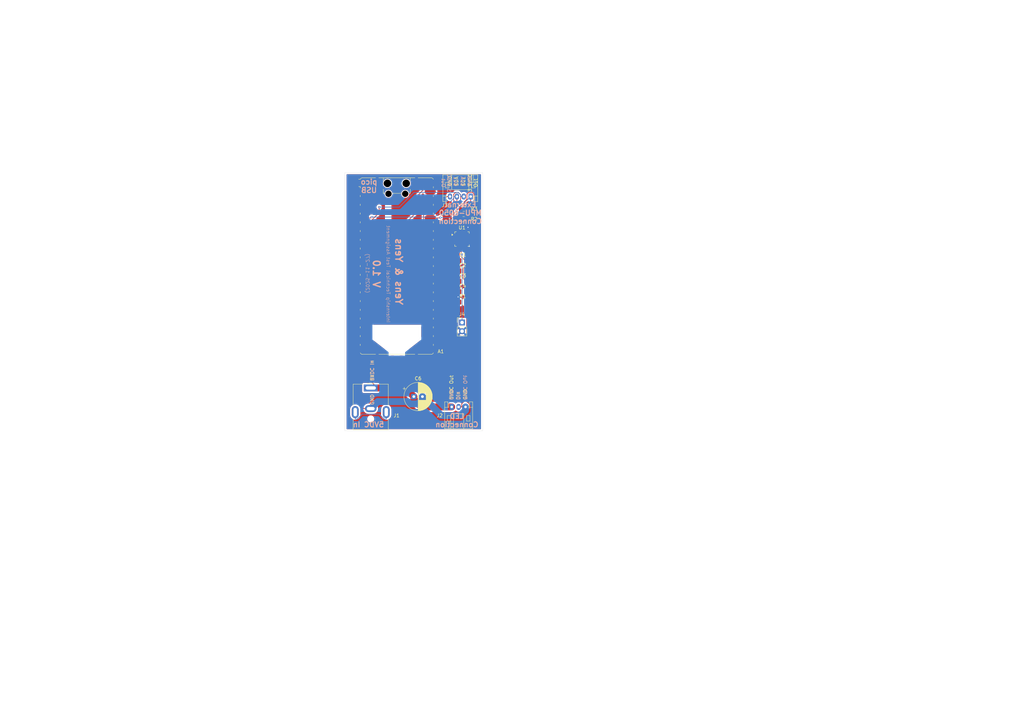
<source format=kicad_pcb>
(kicad_pcb (version 20241229) (generator "pcbnew") (generator_version "9.0")
  (title_block (title "Internship Technical Test Assignment") (date "2025-11-27") (rev "1.0") (company "Yens & Yens"))
  (layers (0 "F.Cu" signal) (2 "B.Cu" signal) (13 "F.Paste" user) (15 "B.Paste" user) (5 "F.SilkS" user "F.Silkscreen") (7 "B.SilkS" user "B.Silkscreen") (1 "F.Mask" user) (3 "B.Mask" user) (25 "Edge.Cuts" user))
  (net 0 "")
  (net 6 "GNDREF")
  (net 9 "Net-(A1-GPIO4)")
  (net 11 "3.3VDC")
  (net 15 "Net-(A1-VBUS)")
  (net 16 "Net-(A1-GPIO3)")
  (net 18 "Net-(A1-GPIO22)")
  (net 36 "Net-(J4-Pin_1)")
  (net 42 "Net-(U1-REGOUT)")
  (net 43 "Net-(U1-CPOUT)")
  (net 46 "Net-(U1-VLOGIC)")
  (net 52 "Net-(J2-Pin_3)")
  (net 53 "Net-(J2-Pin_2)")
  (net 54 "unconnected-(J1-MountPin-PadMP)")
  (footprint "Connector_JST:JST_PH_S3B-PH-K_1x03_P2.00mm_Horizontal" (layer "F.Cu") (at 131 118)
    (property "Reference" "J2")
    (property "Value" "Conn_01x03")
  )
  (footprint "Module:RaspberryPi_Pico_Common_SMD" (layer "F.Cu") (at 115.075 77.13)
    (property "Reference" "A1")
    (property "Value" "RaspberryPi_Pico")
  )
  (footprint "Capacitor_SMD:C_0805_2012Metric" (layer "F.Cu") (at 134.2 87.5875)
    (property "Reference" "R1")
    (property "Value" "300")
  )
  (footprint "Capacitor_SMD:C_0805_2012Metric" (layer "F.Cu") (at 134.2 78.5575)
    (property "Reference" "C2")
    (property "Value" ".1uf")
  )
  (footprint "Capacitor_SMD:C_0805_2012Metric" (layer "F.Cu") (at 134.2 84.5775)
    (property "Reference" "C4")
    (property "Value" "2.2nf")
  )
  (footprint "Capacitor_THT:CP_Radial_D8.0mm_P2.50mm" (layer "F.Cu") (at 120 115)
    (property "Reference" "C6")
    (property "Value" "470uf")
  )
  (footprint "Package_DFN_QFN:HVQFN-24-1EP_4x4mm_P0.5mm_EP2.1x2.1mm" (layer "F.Cu") (at 134 69.3)
    (property "Reference" "U1")
    (property "Value" "MPU-6050")
  )
  (footprint "Capacitor_SMD:C_0805_2012Metric" (layer "F.Cu") (at 134.2 75.5475)
    (property "Reference" "C1")
    (property "Value" "10nf")
  )
  (footprint "Connector_JST:JST_PH_S4B-PH-K_1x04_P2.00mm_Horizontal" (layer "F.Cu") (at 136.5 56.95 180)
    (property "Reference" "J3")
    (property "Value" "Conn_01x04")
  )
  (footprint "Capacitor_SMD:C_0805_2012Metric" (layer "F.Cu") (at 134.5 60.5 180)
    (property "Reference" "R3")
    (property "Value" "10k")
  )
  (footprint "Connector_PinHeader_2.54mm:PinHeader_1x02_P2.54mm_Vertical" (layer "F.Cu") (at 134 93.5)
    (property "Reference" "J4")
    (property "Value" "Conn_01x02_Pin")
  )
  (footprint "Capacitor_SMD:C_0805_2012Metric" (layer "F.Cu") (at 134.2 81.5675)
    (property "Reference" "C3")
    (property "Value" ".1uf")
  )
  (footprint "Connector_BarrelJack:BarrelJack_CUI_PJ-063AH_Horizontal" (layer "F.Cu") (at 107.5 112.5)
    (property "Reference" "J1")
    (property "Value" "Barrel_Jack_MountingPin")
  )
  (footprint "Capacitor_SMD:C_0805_2012Metric" (layer "F.Cu") (at 134.45 63.5 180)
    (property "Reference" "R2")
    (property "Value" "10k")
  )
  (gr_rect (start 100 50) (end 140 124.95) (stroke (width 0.05)) (fill no) (layer "Edge.Cuts"))
  (gr_text "SCL" (at 135 54.05 90) (layer "F.SilkS") (effects (font (size 1 1)) (justify left bottom)))
  (gr_text "Din" (at 133.5 116 90) (layer "F.SilkS") (effects (font (size 1 1)) (justify left bottom)))
  (gr_text "GND" (at 135.5 116 90) (layer "F.SilkS") (effects (font (size 1 1)) (justify left bottom)))
  (gr_text "5VDC Out" (at 131.5 116 90) (layer "F.SilkS") (effects (font (size 1 1)) (justify left bottom)))
  (gr_text "SDA" (at 133 54.05 90) (layer "F.SilkS") (effects (font (size 1 1)) (justify left bottom)))
  (gr_text "GND" (at 108.5 117.5 90) (layer "F.SilkS") (effects (font (size 1 1)) (justify left bottom)))
  (gr_text "5VDC In" (at 108.5 110.5 90) (layer "F.SilkS") (effects (font (size 1 1)) (justify left bottom)))
  (gr_text "GND" (at 131 54.05 90) (layer "F.SilkS") (effects (font (size 1 1)) (justify left bottom)))
  (gr_text "3.3VDC\nOut" (at 138.5 53 90) (layer "F.SilkS") (effects (font (size 1 1)) (justify bottom)))
  (gr_text "Yens & Yens" (at 114.5 88.613334 270) (layer "B.SilkS") (effects (font (size 2 2) (thickness 0.4) (bold yes)) (justify left bottom mirror)))
  (gr_text "Internship Technical Test Assignment" (at 112 93.613334 270) (layer "B.SilkS") (effects (font (size 1 1) (thickness 0.1)) (justify left bottom mirror)))
  (gr_text "5VDC In" (at 107.2965 110.5 -90) (layer "B.SilkS") (effects (font (size 1 1)) (justify left bottom mirror)))
  (gr_text "GND" (at 130.2965 116 -90) (layer "B.SilkS") (effects (font (size 1 1)) (justify left bottom mirror)))
  (gr_text "pico\nUSB" (at 107 56 0) (layer "B.SilkS") (effects (font (size 1.5 1.5) (thickness 0.3) (bold yes)) (justify bottom mirror)))
  (gr_text "LED\nConnection" (at 132.5 124 0) (layer "B.SilkS") (effects (font (size 1.5 1.5) (thickness 0.3) (bold yes)) (justify bottom mirror)))
  (gr_text "SDA" (at 133.5 54.05 -90) (layer "B.SilkS") (effects (font (size 1 1)) (justify left bottom mirror)))
  (gr_text "GND" (at 135.5 54.05 -90) (layer "B.SilkS") (effects (font (size 1 1)) (justify left bottom mirror)))
  (gr_text "(2025-11-27)" (at 106 85 270) (layer "B.SilkS") (effects (font (size 1 1) (thickness 0.1)) (justify left bottom mirror)))
  (gr_text "V 1.0" (at 108 83.613334 270) (layer "B.SilkS") (effects (font (size 2 2) (thickness 0.4) (bold yes)) (justify left bottom mirror)))
  (gr_text "3.3VDC\nOut" (at 128 53 -90) (layer "B.SilkS") (effects (font (size 1 1)) (justify bottom mirror)))
  (gr_text "5VDC Out" (at 134.2965 116 -90) (layer "B.SilkS") (effects (font (size 1 1)) (justify left bottom mirror)))
  (gr_text "External\nMPU-6050\nConnection" (at 133.5 65 0) (layer "B.SilkS") (effects (font (size 1.5 1.5) (thickness 0.3) (bold yes)) (justify bottom mirror)))
  (gr_text "GND" (at 107.2965 117.5 -90) (layer "B.SilkS") (effects (font (size 1 1)) (justify left bottom mirror)))
  (gr_text "SCL" (at 131.5 54.05 -90) (layer "B.SilkS") (effects (font (size 1 1)) (justify left bottom mirror)))
  (gr_text "Din" (at 132.2965 116 -90) (layer "B.SilkS") (effects (font (size 1 1)) (justify left bottom mirror)))
  (gr_text "5VDC In" (at 111.5 124 0) (layer "B.SilkS") (effects (font (size 1.5 1.5) (thickness 0.3) (bold yes)) (justify left bottom mirror)))
  (segment (start 124.765 70.78) (end 131.2718 70.78) (width 0.2) (layer "F.Cu") (net 6))
  (segment (start 133.25 79.5873) (end 133.25 81.5675) (width 0.2) (layer "F.Cu") (net 6))
  (segment (start 133.25 84.5775) (end 133.25 81.5675) (width 0.2) (layer "F.Cu") (net 6))
  (segment (start 131.2532 63.4524) (end 131.2532 67.7607) (width 0.2) (layer "F.Cu") (net 6))
  (segment (start 131.2718 68.3207) (end 131.5425 68.05) (width 0.2) (layer "F.Cu") (net 6))
  (segment (start 135.5209 71.9769) (end 136.0876 71.4102) (width 0.2) (layer "F.Cu") (net 6))
  (segment (start 133.25 76.2143) (end 133.25 76.173) (width 0.2) (layer "F.Cu") (net 6))
  (segment (start 136.0876 71.4102) (end 135.9105 71.5873) (width 0.2) (layer "F.Cu") (net 6))
  (segment (start 134.75 71.2375) (end 134.75 71.7046) (width 0.2) (layer "F.Cu") (net 6))
  (segment (start 135.9105 71.5873) (end 136.0876 71.4102) (width 0.2) (layer "F.Cu") (net 6))
  (segment (start 131.2718 70.78) (end 131.2718 68.3207) (width 0.2) (layer "F.Cu") (net 6))
  (segment (start 131.5425 68.05) (end 132.0625 68.05) (width 0.2) (layer "F.Cu") (net 6))
  (segment (start 134.75 71.7046) (end 135.0223 71.9769) (width 0.2) (layer "F.Cu") (net 6))
  (segment (start 135.0223 71.9769) (end 135.5209 71.9769) (width 0.2) (layer "F.Cu") (net 6))
  (segment (start 133.25 75.5475) (end 131.2718 73.5693) (width 0.2) (layer "F.Cu") (net 6))
  (segment (start 132.8531 86.0825) (end 133.25 85.6856) (width 0.2) (layer "F.Cu") (net 6))
  (segment (start 133.25 78.5575) (end 133.25 79.5873) (width 0.2) (layer "F.Cu") (net 6))
  (segment (start 131.2718 73.5693) (end 131.2718 70.78) (width 0.2) (layer "F.Cu") (net 6))
  (segment (start 133.25 76.6161) (end 133.25 76.2556) (width 0.2) (layer "F.Cu") (net 6))
  (segment (start 133.25 76.6365) (end 133.25 76.6161) (width 0.2) (layer "F.Cu") (net 6))
  (segment (start 135.9375 66.0956) (end 135.7236 65.8817) (width 0.2) (layer "F.Cu") (net 6))
  (segment (start 133.25 76.2556) (end 133.25 76.2143) (width 0.2) (layer "F.Cu") (net 6))
  (segment (start 133.25 85.6856) (end 133.25 84.5775) (width 0.2) (layer "F.Cu") (net 6))
  (segment (start 133.25 78.5575) (end 133.25 76.6365) (width 0.2) (layer "F.Cu") (net 6))
  (segment (start 131.2532 67.7607) (end 131.5425 68.05) (width 0.2) (layer "F.Cu") (net 6))
  (segment (start 135.9375 68.05) (end 135.9375 66.0956) (width 0.2) (layer "F.Cu") (net 6))
  (segment (start 133.25 76.173) (end 133.25 75.5475) (width 0.2) (layer "F.Cu") (net 6))
  (via (at 131.2532 63.4524) (size 0.6) (drill 0.3) (layers "F.Cu" "B.Cu") (net 6))
  (via (at 136.0876 71.4102) (size 0.6) (drill 0.3) (layers "F.Cu" "B.Cu") (net 6))
  (via (at 135.7236 65.8817) (size 0.6) (drill 0.3) (layers "F.Cu" "B.Cu") (net 6))
  (via (at 132.8531 86.0825) (size 0.6) (drill 0.3) (layers "F.Cu" "B.Cu") (net 6))
  (segment (start 135.7236 71.0462) (end 135.7236 65.8817) (width 0.2) (layer "B.Cu") (net 6))
  (segment (start 136.0876 71.4102) (end 135.9105 71.5873) (width 0.2) (layer "B.Cu") (net 6))
  (segment (start 133.6825 65.8817) (end 131.2532 63.4524) (width 0.2) (layer "B.Cu") (net 6))
  (segment (start 132.8483 94.8883) (end 132.8483 86.0873) (width 0.2) (layer "B.Cu") (net 6))
  (segment (start 135.7236 65.8817) (end 133.6825 65.8817) (width 0.2) (layer "B.Cu") (net 6))
  (segment (start 134 96.04) (end 132.8483 94.8883) (width 0.2) (layer "B.Cu") (net 6))
  (segment (start 135.9105 71.5873) (end 136.0876 71.4102) (width 0.2) (layer "B.Cu") (net 6))
  (segment (start 136.0876 71.4102) (end 135.7236 71.0462) (width 0.2) (layer "B.Cu") (net 6))
  (segment (start 132.8483 86.0873) (end 132.8531 86.0825) (width 0.2) (layer "B.Cu") (net 6))
  (segment (start 132.75 67.3625) (end 131.8549 66.4674) (width 0.2) (layer "F.Cu") (net 9))
  (segment (start 133.55 60.5) (end 133.5983 60.4517) (width 0.2) (layer "F.Cu") (net 9))
  (segment (start 132.1397 55.7304) (end 132.8653 55.7304) (width 0.2) (layer "F.Cu") (net 9))
  (segment (start 131.5681 62.9164) (end 131.5681 56.302) (width 0.2) (layer "F.Cu") (net 9))
  (segment (start 134.5 56.95) (end 133.5983 56.95) (width 0.2) (layer "F.Cu") (net 9))
  (segment (start 133.5983 60.4517) (end 133.5983 56.95) (width 0.2) (layer "F.Cu") (net 9))
  (segment (start 109.9503 61.6305) (end 109.9503 60.016) (width 0.2) (layer "F.Cu") (net 9))
  (segment (start 131.8549 66.4674) (end 131.8549 63.2032) (width 0.2) (layer "F.Cu") (net 9))
  (segment (start 105.8808 65.7) (end 109.9503 61.6305) (width 0.2) (layer "F.Cu") (net 9))
  (segment (start 131.8549 63.2032) (end 131.5681 62.9164) (width 0.2) (layer "F.Cu") (net 9))
  (segment (start 131.5681 56.302) (end 132.1397 55.7304) (width 0.2) (layer "F.Cu") (net 9))
  (segment (start 132.8653 55.7304) (end 133.5983 56.4634) (width 0.2) (layer "F.Cu") (net 9))
  (segment (start 105.385 65.7) (end 105.8808 65.7) (width 0.2) (layer "F.Cu") (net 9))
  (segment (start 133.5983 56.4634) (end 133.5983 56.95) (width 0.2) (layer "F.Cu") (net 9))
  (via (at 109.9503 60.016) (size 0.6) (drill 0.3) (layers "F.Cu" "B.Cu") (net 9))
  (segment (start 132.8821 55.7473) (end 133.5983 56.4635) (width 0.2) (layer "B.Cu") (net 9))
  (segment (start 120.0364 55.7473) (end 132.8821 55.7473) (width 0.2) (layer "B.Cu") (net 9))
  (segment (start 115.7677 60.016) (end 120.0364 55.7473) (width 0.2) (layer "B.Cu") (net 9))
  (segment (start 134.5 56.95) (end 133.5983 56.95) (width 0.2) (layer "B.Cu") (net 9))
  (segment (start 133.5983 56.4635) (end 133.5983 56.95) (width 0.2) (layer "B.Cu") (net 9))
  (segment (start 109.9503 60.016) (end 115.7677 60.016) (width 0.2) (layer "B.Cu") (net 9))
  (segment (start 136.6972 70.2731) (end 136.6972 64.7972) (width 0.2) (layer "F.Cu") (net 11))
  (segment (start 135.15 78.5575) (end 136.6893 77.0182) (width 0.2) (layer "F.Cu") (net 11))
  (segment (start 136.6893 70.819) (end 136.4203 70.55) (width 0.2) (layer "F.Cu") (net 11))
  (segment (start 136.5 56.95) (end 136.5 59.45) (width 0.2) (layer "F.Cu") (net 11))
  (segment (start 136.6893 77.0182) (end 136.6893 70.819) (width 0.2) (layer "F.Cu") (net 11))
  (segment (start 124.765 63.16) (end 127.5747 63.16) (width 0.2) (layer "F.Cu") (net 11))
  (segment (start 135.4001 60.5499) (end 135.45 60.5) (width 0.2) (layer "F.Cu") (net 11))
  (segment (start 136.6972 64.7972) (end 135.4 63.5) (width 0.2) (layer "F.Cu") (net 11))
  (segment (start 136.5 59.45) (end 135.45 60.5) (width 0.2) (layer "F.Cu") (net 11))
  (segment (start 135.4 60.5499) (end 135.4001 60.5499) (width 0.2) (layer "F.Cu") (net 11))
  (segment (start 136.4203 70.55) (end 136.6972 70.2731) (width 0.2) (layer "F.Cu") (net 11))
  (segment (start 136.379 70.55) (end 136.4203 70.55) (width 0.2) (layer "F.Cu") (net 11))
  (segment (start 127.5747 63.16) (end 127.6599 63.0748) (width 0.2) (layer "F.Cu") (net 11))
  (segment (start 135.9375 70.55) (end 136.379 70.55) (width 0.2) (layer "F.Cu") (net 11))
  (segment (start 135.4 63.5) (end 135.4 60.5499) (width 0.2) (layer "F.Cu") (net 11))
  (via (at 127.6599 63.0748) (size 0.6) (drill 0.3) (layers "F.Cu" "B.Cu") (net 11))
  (segment (start 136.5 56.95) (end 130.3752 63.0748) (width 0.2) (layer "B.Cu") (net 11))
  (segment (start 130.3752 63.0748) (end 127.6599 63.0748) (width 0.2) (layer "B.Cu") (net 11))
  (segment (start 109.4675 112.5) (end 117.5 112.5) (width 2) (layer "F.Cu") (net 15))
  (segment (start 107.6584 74.6207) (end 120.6891 61.59) (width 0.2) (layer "F.Cu") (net 15))
  (segment (start 107.5 112.5) (end 109.4675 112.5) (width 2) (layer "F.Cu") (net 15))
  (segment (start 107.6584 110.6909) (end 107.6584 74.6207) (width 0.2) (layer "F.Cu") (net 15))
  (segment (start 120.6891 61.59) (end 120.6891 57.0759) (width 0.2) (layer "F.Cu") (net 15))
  (segment (start 122.2 118) (end 131 118) (width 2) (layer "F.Cu") (net 15))
  (segment (start 120.6891 57.0759) (end 124.765 53) (width 0.2) (layer "F.Cu") (net 15))
  (segment (start 109.4675 112.5) (end 107.6584 110.6909) (width 0.2) (layer "F.Cu") (net 15))
  (segment (start 117.5 112.5) (end 120 115) (width 2) (layer "F.Cu") (net 15))
  (segment (start 120 115.8) (end 122.2 118) (width 2) (layer "F.Cu") (net 15))
  (segment (start 120 115) (end 120 115.8) (width 2) (layer "F.Cu") (net 15))
  (segment (start 133.25 63.75) (end 133.5 63.5) (width 0.2) (layer "F.Cu") (net 16))
  (segment (start 132.5 62.5) (end 132.5 56.95) (width 0.2) (layer "F.Cu") (net 16))
  (segment (start 133.25 67.3625) (end 133.25 63.75) (width 0.2) (layer "F.Cu") (net 16))
  (segment (start 105.385 63.16) (end 107.4977 63.16) (width 0.2) (layer "F.Cu") (net 16))
  (segment (start 107.4977 63.16) (end 107.7513 62.9064) (width 0.2) (layer "F.Cu") (net 16))
  (segment (start 133.5 63.5) (end 132.5 62.5) (width 0.2) (layer "F.Cu") (net 16))
  (via (at 107.7513 62.9064) (size 0.6) (drill 0.3) (layers "F.Cu" "B.Cu") (net 16))
  (segment (start 126.1284 62.9064) (end 131.5983 57.4365) (width 0.2) (layer "B.Cu") (net 16))
  (segment (start 107.7513 62.9064) (end 126.1284 62.9064) (width 0.2) (layer "B.Cu") (net 16))
  (segment (start 132.5 56.95) (end 131.5983 56.95) (width 0.2) (layer "B.Cu") (net 16))
  (segment (start 131.5983 57.4365) (end 131.5983 56.95) (width 0.2) (layer "B.Cu") (net 16))
  (segment (start 131.4125 87.5875) (end 133.25 87.5875) (width 0.2) (layer "F.Cu") (net 18))
  (segment (start 124.765 80.94) (end 131.4125 87.5875) (width 0.2) (layer "F.Cu") (net 18))
  (segment (start 133.9247 73.7182) (end 133.75 73.5435) (width 0.2) (layer "F.Cu") (net 36))
  (segment (start 133.9247 73.7182) (end 133.8592 73.6527) (width 0.2) (layer "F.Cu") (net 36))
  (segment (start 133.8592 73.6527) (end 133.9247 73.7182) (width 0.2) (layer "F.Cu") (net 36))
  (segment (start 133.75 73.5435) (end 133.75 71.2375) (width 0.2) (layer "F.Cu") (net 36))
  (via (at 133.9247 73.7182) (size 0.6) (drill 0.3) (layers "F.Cu" "B.Cu") (net 36))
  (segment (start 134 73.7935) (end 133.9247 73.7182) (width 0.2) (layer "B.Cu") (net 36))
  (segment (start 133.8592 73.6527) (end 133.9247 73.7182) (width 0.2) (layer "B.Cu") (net 36))
  (segment (start 134 93.5) (end 134 73.7935) (width 0.2) (layer "B.Cu") (net 36))
  (segment (start 133.9247 73.7182) (end 133.8592 73.6527) (width 0.2) (layer "B.Cu") (net 36))
  (segment (start 135.15 81.5675) (end 134.2974 80.7149) (width 0.2) (layer "F.Cu") (net 42))
  (segment (start 134.2974 77.8466) (end 135.3248 76.8192) (width 0.2) (layer "F.Cu") (net 42))
  (segment (start 135.9788 76.2971) (end 135.9788 74.2979) (width 0.2) (layer "F.Cu") (net 42))
  (segment (start 134.25 72.5691) (end 134.25 71.2375) (width 0.2) (layer "F.Cu") (net 42))
  (segment (start 134.2974 80.7149) (end 134.2974 77.8466) (width 0.2) (layer "F.Cu") (net 42))
  (segment (start 135.3248 76.8192) (end 135.4567 76.8192) (width 0.2) (layer "F.Cu") (net 42))
  (segment (start 135.9788 74.2979) (end 134.25 72.5691) (width 0.2) (layer "F.Cu") (net 42))
  (segment (start 135.4567 76.8192) (end 135.9788 76.2971) (width 0.2) (layer "F.Cu") (net 42))
  (segment (start 135.4317 57.6943) (end 135.4317 56.2207) (width 0.2) (layer "F.Cu") (net 43))
  (segment (start 137.0431 55.726) (end 137.438 56.1209) (width 0.2) (layer "F.Cu") (net 43))
  (segment (start 137.438 56.1209) (end 137.438 82.2895) (width 0.2) (layer "F.Cu") (net 43))
  (segment (start 135.9264 55.726) (end 137.0431 55.726) (width 0.2) (layer "F.Cu") (net 43))
  (segment (start 134.5973 64.3245) (end 134.5973 58.5287) (width 0.2) (layer "F.Cu") (net 43))
  (segment (start 134.75 67.3625) (end 134.75 64.4772) (width 0.2) (layer "F.Cu") (net 43))
  (segment (start 134.5973 58.5287) (end 135.4317 57.6943) (width 0.2) (layer "F.Cu") (net 43))
  (segment (start 134.75 64.4772) (end 134.5973 64.3245) (width 0.2) (layer "F.Cu") (net 43))
  (segment (start 137.438 82.2895) (end 135.15 84.5775) (width 0.2) (layer "F.Cu") (net 43))
  (segment (start 135.4317 56.2207) (end 135.9264 55.726) (width 0.2) (layer "F.Cu") (net 43))
  (segment (start 133.25 71.2375) (end 133.25 73.8943) (width 0.2) (layer "F.Cu") (net 46))
  (segment (start 134.9032 75.5475) (end 135.15 75.5475) (width 0.2) (layer "F.Cu") (net 46))
  (segment (start 133.25 73.8943) (end 134.9032 75.5475) (width 0.2) (layer "F.Cu") (net 46))
  (segment (start 105.385 70.78) (end 103.4379 72.7271) (width 0.2) (layer "F.Cu") (net 52))
  (segment (start 103.4379 83.48) (end 103.4379 96.18) (width 0.2) (layer "F.Cu") (net 52))
  (segment (start 122.8603 83.48) (end 124.765 83.48) (width 0.2) (layer "F.Cu") (net 52))
  (segment (start 122.5 98.445) (end 124.765 96.18) (width 0.2) (layer "F.Cu") (net 52))
  (segment (start 103.4379 96.18) (end 103.4379 116.3896) (width 0.2) (layer "F.Cu") (net 52))
  (segment (start 103.4803 68.8753) (end 105.385 70.78) (width 0.2) (layer "F.Cu") (net 52))
  (segment (start 122.5 115) (end 122.5 98.445) (width 0.2) (layer "F.Cu") (net 52))
  (segment (start 103.4379 72.7271) (end 103.4379 83.48) (width 0.2) (layer "F.Cu") (net 52))
  (segment (start 122.8603 59.9847) (end 122.8603 83.48) (width 0.2) (layer "F.Cu") (net 52))
  (segment (start 128.4683 58.08) (end 129.5983 56.95) (width 0.2) (layer "F.Cu") (net 52))
  (segment (start 105.385 83.48) (end 103.4379 83.48) (width 0.2) (layer "F.Cu") (net 52))
  (segment (start 103.4803 59.9847) (end 103.4803 68.8753) (width 0.2) (layer "F.Cu") (net 52))
  (segment (start 122.8603 94.2753) (end 124.765 96.18) (width 0.2) (layer "F.Cu") (net 52))
  (segment (start 124.765 58.08) (end 122.8603 59.9847) (width 0.2) (layer "F.Cu") (net 52))
  (segment (start 122.8603 83.48) (end 122.8603 94.2753) (width 0.2) (layer "F.Cu") (net 52))
  (segment (start 103.4379 116.3896) (end 105.5483 118.5) (width 0.2) (layer "F.Cu") (net 52))
  (segment (start 124.765 58.08) (end 128.4683 58.08) (width 0.2) (layer "F.Cu") (net 52))
  (segment (start 105.385 58.08) (end 103.4803 59.9847) (width 0.2) (layer "F.Cu") (net 52))
  (segment (start 107.5 118.5) (end 105.5483 118.5) (width 0.2) (layer "F.Cu") (net 52))
  (segment (start 130.5 56.95) (end 129.5983 56.95) (width 0.2) (layer "F.Cu") (net 52))
  (segment (start 103.4379 96.18) (end 105.385 96.18) (width 0.2) (layer "F.Cu") (net 52))
  (segment (start 133.463 120.5) (end 135 118.963) (width 2) (layer "B.Cu") (net 52))
  (segment (start 122.5 115.8) (end 122.5 115) (width 2) (layer "B.Cu") (net 52))
  (segment (start 118.149 116.449) (end 118.801 117.101) (width 2) (layer "B.Cu") (net 52))
  (segment (start 107.5 118.5) (end 109.551 116.449) (width 2) (layer "B.Cu") (net 52))
  (segment (start 128 120.5) (end 133.463 120.5) (width 2) (layer "B.Cu") (net 52))
  (segment (start 135 118.963) (end 135 118) (width 2) (layer "B.Cu") (net 52))
  (segment (start 122.5 115) (end 128 120.5) (width 2) (layer "B.Cu") (net 52))
  (segment (start 109.551 116.449) (end 118.149 116.449) (width 2) (layer "B.Cu") (net 52))
  (segment (start 118.801 117.101) (end 121.199 117.101) (width 2) (layer "B.Cu") (net 52))
  (segment (start 121.199 117.101) (end 122.5 115.8) (width 2) (layer "B.Cu") (net 52))
  (segment (start 135.1532 91.1127) (end 135.1532 87.5907) (width 0.2) (layer "F.Cu") (net 53))
  (segment (start 135.318 115.682) (end 135.318 91.2775) (width 0.2) (layer "F.Cu") (net 53))
  (segment (start 135.318 91.2775) (end 135.1532 91.1127) (width 0.2) (layer "F.Cu") (net 53))
  (segment (start 133.9017 118) (end 133.9017 117.0983) (width 0.2) (layer "F.Cu") (net 53))
  (segment (start 135.1532 87.5907) (end 135.15 87.5875) (width 0.2) (layer "F.Cu") (net 53))
  (segment (start 133.9017 117.0983) (end 135.318 115.682) (width 0.2) (layer "F.Cu") (net 53))
  (segment (start 135.318 91.2775) (end 135.1532 91.1127) (width 0.2) (layer "F.Cu") (net 53))
  (segment (start 133 118) (end 133.9017 118) (width 0.2) (layer "F.Cu") (net 53))
  (segment (start 111.4608 121.5517) (end 112 121.5517) (width 0.2) (layer "B.Cu") (net 54))
  (segment (start 112 119.5) (end 112 121.5517) (width 0.2) (layer "B.Cu") (net 54))
  (segment (start 103.5392 121.5517) (end 104.9901 120.1008) (width 0.2) (layer "B.Cu") (net 54))
  (segment (start 110.0099 120.1008) (end 111.4608 121.5517) (width 0.2) (layer "B.Cu") (net 54))
  (segment (start 103 119.5) (end 103 121.5517) (width 0.2) (layer "B.Cu") (net 54))
  (segment (start 103 121.5517) (end 103.5392 121.5517) (width 0.2) (layer "B.Cu") (net 54))
  (segment (start 104.9901 120.1008) (end 110.0099 120.1008) (width 0.2) (layer "B.Cu") (net 54))
  (zone (net 6) (net_name "GNDREF") (layers "F.Cu" "B.Cu") (connect_pads (clearance 0.5)) (min_thickness 0.25) (fill yes (thermal_gap 0.5) (thermal_bridge_width 0.5) (island_removal_mode 1) (island_area_min 10))
    (polygon (pts (xy 100 50) (xy 140 50) (xy 140 125) (xy 100 125)))
  )
)
</source>
